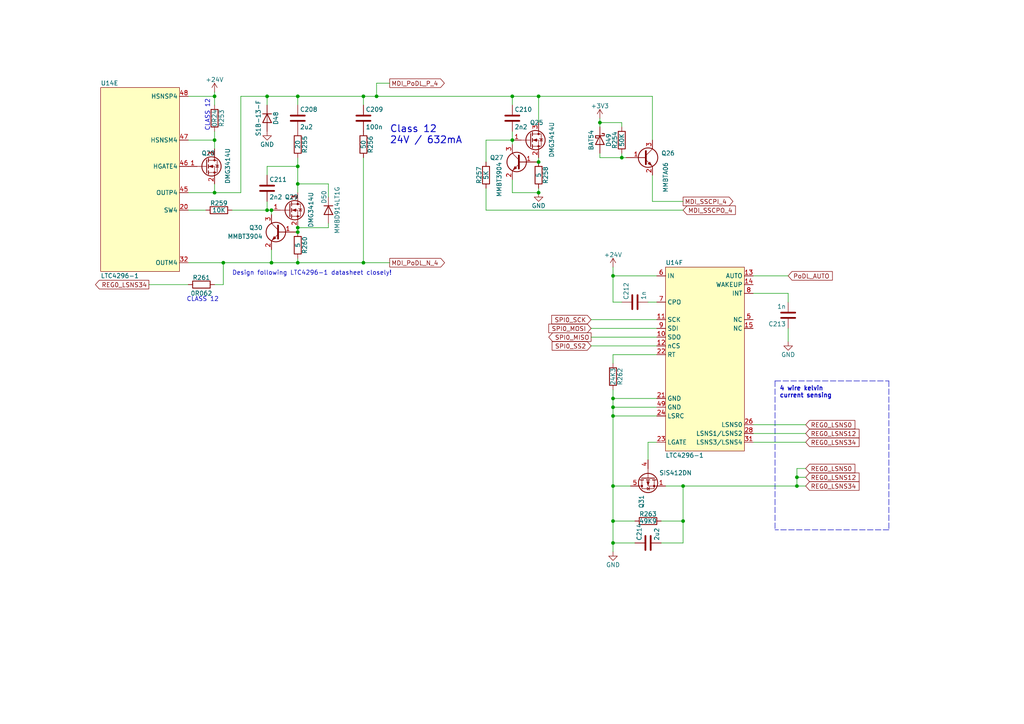
<source format=kicad_sch>
(kicad_sch (version 20211123) (generator eeschema)
  (paper "A4")
  (title_block (title "Open Hardware 10Base-T1L Switch") (date "2023-04-07") (rev "REV A") (company "Peter Heinrich") (comment 1 "Open Hardware License CERN-OHL-P v2") (comment 2 "https://github.com/peterheinrich/Open_10Base-T1L_Switch"))
  (lib_symbols
    (symbol "Device:C" (pin_numbers hide) (pin_names (offset 0.254))
      (property "Reference" "C" (at 0.635 2.54 0))
      (property "Value" "C" (at 0.635 -2.54 0))
      (symbol "C_0_1"
        (polyline (pts (xy -2.032 -0.762) (xy 2.032 -0.762)) (stroke (width 0.508)))
        (polyline (pts (xy -2.032 0.762) (xy 2.032 0.762)) (stroke (width 0.508)))
      )
      (symbol "C_1_1"
        (pin passive line (at 0 3.81 270) (length 2.794) (name "~") (number "1"))
        (pin passive line (at 0 -3.81 90) (length 2.794) (name "~") (number "2"))
      )
    )
    (symbol "Device:D" (pin_numbers hide) (pin_names (offset 1.016) hide)
      (property "Reference" "D" (at 0 2.54 0))
      (property "Value" "D" (at 0 -2.54 0))
      (symbol "D_0_1"
        (polyline (pts (xy -1.27 1.27) (xy -1.27 -1.27)) (stroke (width 0.254)))
        (polyline (pts (xy 1.27 0) (xy -1.27 0)))
        (polyline (pts (xy 1.27 1.27) (xy 1.27 -1.27) (xy -1.27 0) (xy 1.27 1.27)) (stroke (width 0.254)))
      )
      (symbol "D_1_1"
        (pin passive line (at -3.81 0 0) (length 2.54) (name "K") (number "1"))
        (pin passive line (at 3.81 0 180) (length 2.54) (name "A") (number "2"))
      )
    )
    (symbol "Device:D_Schottky" (pin_numbers hide) (pin_names (offset 1.016) hide)
      (property "Reference" "D" (at 0 2.54 0))
      (property "Value" "D_Schottky" (at 0 -2.54 0))
      (symbol "D_Schottky_0_1"
        (polyline (pts (xy 1.27 0) (xy -1.27 0)))
        (polyline (pts (xy 1.27 1.27) (xy 1.27 -1.27) (xy -1.27 0) (xy 1.27 1.27)) (stroke (width 0.254)))
        (polyline (pts (xy -1.905 0.635) (xy -1.905 1.27) (xy -1.27 1.27) (xy -1.27 -1.27) (xy -0.635 -1.27) (xy -0.635 -0.635)) (stroke (width 0.254)))
      )
      (symbol "D_Schottky_1_1"
        (pin passive line (at -3.81 0 0) (length 2.54) (name "K") (number "1"))
        (pin passive line (at 3.81 0 180) (length 2.54) (name "A") (number "2"))
      )
    )
    (symbol "Device:Q_NMOS_GSD" (pin_names (offset 0) hide)
      (property "Reference" "Q" (at 5.08 1.27 0))
      (property "Value" "Q_NMOS_GSD" (at 5.08 -1.27 0))
      (symbol "Q_NMOS_GSD_0_1"
        (polyline (pts (xy 0.254 0) (xy -2.54 0)))
        (polyline (pts (xy 0.254 1.905) (xy 0.254 -1.905)) (stroke (width 0.254)))
        (polyline (pts (xy 0.762 -1.27) (xy 0.762 -2.286)) (stroke (width 0.254)))
        (polyline (pts (xy 0.762 0.508) (xy 0.762 -0.508)) (stroke (width 0.254)))
        (polyline (pts (xy 0.762 2.286) (xy 0.762 1.27)) (stroke (width 0.254)))
        (polyline (pts (xy 2.54 2.54) (xy 2.54 1.778)))
        (polyline (pts (xy 2.54 -2.54) (xy 2.54 0) (xy 0.762 0)))
        (polyline (pts (xy 0.762 -1.778) (xy 3.302 -1.778) (xy 3.302 1.778) (xy 0.762 1.778)))
        (polyline (pts (xy 1.016 0) (xy 2.032 0.381) (xy 2.032 -0.381) (xy 1.016 0)) (fill (type outline)))
        (polyline (pts (xy 2.794 0.508) (xy 2.921 0.381) (xy 3.683 0.381) (xy 3.81 0.254)))
        (polyline (pts (xy 3.302 0.381) (xy 2.921 -0.254) (xy 3.683 -0.254) (xy 3.302 0.381)))
        (circle (center 1.651 0) (radius 2.794) (stroke (width 0.254)))
        (circle (center 2.54 -1.778) (radius 0.254) (fill (type outline)))
        (circle (center 2.54 1.778) (radius 0.254) (fill (type outline)))
      )
      (symbol "Q_NMOS_GSD_1_1"
        (pin input line (at -5.08 0 0) (length 2.54) (name "G") (number "1"))
        (pin passive line (at 2.54 -5.08 90) (length 2.54) (name "S") (number "2"))
        (pin passive line (at 2.54 5.08 270) (length 2.54) (name "D") (number "3"))
      )
    )
    (symbol "Device:Q_NPN_BEC" (pin_names (offset 0) hide)
      (property "Reference" "Q" (at 5.08 1.27 0))
      (property "Value" "Q_NPN_BEC" (at 5.08 -1.27 0))
      (symbol "Q_NPN_BEC_0_1"
        (polyline (pts (xy 0.635 0.635) (xy 2.54 2.54)))
        (polyline (pts (xy 0.635 -0.635) (xy 2.54 -2.54) (xy 2.54 -2.54)))
        (polyline (pts (xy 0.635 1.905) (xy 0.635 -1.905) (xy 0.635 -1.905)) (stroke (width 0.508)))
        (polyline (pts (xy 1.27 -1.778) (xy 1.778 -1.27) (xy 2.286 -2.286) (xy 1.27 -1.778) (xy 1.27 -1.778)) (fill (type outline)))
        (circle (center 1.27 0) (radius 2.8194) (stroke (width 0.254)))
      )
      (symbol "Q_NPN_BEC_1_1"
        (pin input line (at -5.08 0 0) (length 5.715) (name "B") (number "1"))
        (pin passive line (at 2.54 -5.08 90) (length 2.54) (name "E") (number "2"))
        (pin passive line (at 2.54 5.08 270) (length 2.54) (name "C") (number "3"))
      )
    )
    (symbol "Device:R" (pin_numbers hide) (pin_names (offset 0))
      (property "Reference" "R" (at 2.032 0 90))
      (property "Value" "R" (at 0 0 90))
      (symbol "R_0_1"
        (rectangle (start -1.016 -2.54) (end 1.016 2.54) (stroke (width 0.254)))
      )
      (symbol "R_1_1"
        (pin passive line (at 0 3.81 270) (length 1.27) (name "~") (number "1"))
        (pin passive line (at 0 -3.81 90) (length 1.27) (name "~") (number "2"))
      )
    )
    (symbol "LTC4296-1:LTC4296-1"
      (property "Reference" "U" (at 0 1.27 0))
      (property "Value" "LTC4296-1" (at 0 -54.61 0))
      (symbol "LTC4296-1_0_1"
        (rectangle (start 0 0) (end 22.86 -53.34) (fill (type background)))
      )
      (symbol "LTC4296-1_1_1"
        (pin output line (at 25.4 -30.48 180) (length 2.54) (name "OUTP0") (number "1"))
        (pin output line (at 25.4 -35.56 180) (length 2.54) (name "SW0") (number "16"))
        (pin output line (at 25.4 -22.86 180) (length 2.54) (name "HGATE0") (number "2"))
        (pin output line (at 25.4 -50.8 180) (length 2.54) (name "OUTM0") (number "25"))
        (pin input line (at 25.4 -15.24 180) (length 2.54) (name "HSNSM0") (number "3"))
        (pin input line (at 25.4 -2.54 180) (length 2.54) (name "HSNSP0") (number "4"))
      )
      (symbol "LTC4296-1_2_1"
        (pin output line (at 25.4 -30.48 180) (length 2.54) (name "OUTP0") (number "1"))
        (pin output line (at 25.4 -35.56 180) (length 2.54) (name "SW1") (number "17"))
        (pin output line (at 25.4 -50.8 180) (length 2.54) (name "OUTM1") (number "27"))
        (pin output line (at 25.4 -22.86 180) (length 2.54) (name "HGATE1") (number "34"))
        (pin input line (at 25.4 -15.24 180) (length 2.54) (name "HSNSM1") (number "35"))
        (pin input line (at 25.4 -2.54 180) (length 2.54) (name "HSNSP1") (number "36"))
      )
      (symbol "LTC4296-1_3_1"
        (pin output line (at 25.4 -35.56 180) (length 2.54) (name "SW2") (number "18"))
        (pin output line (at 25.4 -50.8 180) (length 2.54) (name "OUTM2") (number "29"))
        (pin output line (at 25.4 -30.48 180) (length 2.54) (name "OUTP2") (number "37"))
        (pin output line (at 25.4 -22.86 180) (length 2.54) (name "HGATE2") (number "38"))
        (pin input line (at 25.4 -15.24 180) (length 2.54) (name "HSNSM2") (number "39"))
        (pin input line (at 25.4 -2.54 180) (length 2.54) (name "HSNSP2") (number "40"))
      )
      (symbol "LTC4296-1_4_1"
        (pin output line (at 25.4 -35.56 180) (length 2.54) (name "SW3") (number "19"))
        (pin output line (at 25.4 -50.8 180) (length 2.54) (name "OUTM3") (number "30"))
        (pin output line (at 25.4 -30.48 180) (length 2.54) (name "OUTP3") (number "41"))
        (pin output line (at 25.4 -22.86 180) (length 2.54) (name "HGATE3") (number "42"))
        (pin input line (at 25.4 -15.24 180) (length 2.54) (name "HSNSM3") (number "43"))
        (pin input line (at 25.4 -2.54 180) (length 2.54) (name "HSNSP3") (number "44"))
      )
      (symbol "LTC4296-1_5_1"
        (pin output line (at 25.4 -35.56 180) (length 2.54) (name "SW4") (number "20"))
        (pin output line (at 25.4 -50.8 180) (length 2.54) (name "OUTM4") (number "32"))
        (pin output line (at 25.4 -30.48 180) (length 2.54) (name "OUTP4") (number "45"))
        (pin output line (at 25.4 -22.86 180) (length 2.54) (name "HGATE4") (number "46"))
        (pin input line (at 25.4 -15.24 180) (length 2.54) (name "HSNSM4") (number "47"))
        (pin input line (at 25.4 -2.54 180) (length 2.54) (name "HSNSP4") (number "48"))
      )
      (symbol "LTC4296-1_6_1"
        (pin output line (at -2.54 -7.62 0) (length 2.54) (name "SDO") (number "10"))
        (pin input line (at -2.54 -2.54 0) (length 2.54) (name "SCK") (number "11"))
        (pin input line (at -2.54 -10.16 0) (length 2.54) (name "nCS") (number "12"))
        (pin input line (at 25.4 -2.54 180) (length 2.54) (name "AUTO") (number "13"))
        (pin bidirectional line (at 25.4 -5.08 180) (length 2.54) (name "WAKEUP") (number "14"))
        (pin input line (at 25.4 -17.78 180) (length 2.54) (name "NC") (number "15"))
        (pin power_in line (at -2.54 -38.1 0) (length 2.54) (name "GND") (number "21"))
        (pin input line (at -2.54 -12.7 0) (length 2.54) (name "RT") (number "22"))
        (pin output line (at -2.54 -50.8 0) (length 2.54) (name "LGATE") (number "23"))
        (pin input line (at -2.54 -43.18 0) (length 2.54) (name "LSRC") (number "24"))
        (pin input line (at 25.4 -45.72 180) (length 2.54) (name "LSNS0") (number "26"))
        (pin input line (at 25.4 -48.26 180) (length 2.54) (name "LSNS1/LSNS2") (number "28"))
        (pin input line (at 25.4 -50.8 180) (length 2.54) (name "LSNS3/LSNS4") (number "31"))
        (pin power_in line (at -2.54 -40.64 0) (length 2.54) (name "GND") (number "49"))
        (pin input line (at 25.4 -15.24 180) (length 2.54) (name "NC") (number "5"))
        (pin power_in line (at -2.54 -25.4 0) (length 2.54) (name "IN") (number "6"))
        (pin bidirectional line (at -2.54 -27.94 0) (length 2.54) (name "CPO") (number "7"))
        (pin bidirectional line (at 25.4 -7.62 180) (length 2.54) (name "INT") (number "8"))
        (pin input line (at -2.54 -5.08 0) (length 2.54) (name "SDI") (number "9"))
      )
    )
    (symbol "LTC4296-1_1"
      (property "Reference" "U" (at 0 1.27 0))
      (property "Value" "LTC4296-1_1" (at 0 -54.61 0))
      (symbol "LTC4296-1_1_0_1"
        (rectangle (start 0 0) (end 22.86 -53.34) (fill (type background)))
      )
      (symbol "LTC4296-1_1_1_1"
        (pin output line (at 25.4 -30.48 180) (length 2.54) (name "OUTP0") (number "1"))
        (pin output line (at 25.4 -35.56 180) (length 2.54) (name "SW0") (number "16"))
        (pin output line (at 25.4 -22.86 180) (length 2.54) (name "HGATE0") (number "2"))
        (pin output line (at 25.4 -50.8 180) (length 2.54) (name "OUTM0") (number "25"))
        (pin input line (at 25.4 -15.24 180) (length 2.54) (name "HSNSM0") (number "3"))
        (pin input line (at 25.4 -2.54 180) (length 2.54) (name "HSNSP0") (number "4"))
      )
      (symbol "LTC4296-1_1_2_1"
        (pin output line (at 25.4 -30.48 180) (length 2.54) (name "OUTP0") (number "1"))
        (pin output line (at 25.4 -35.56 180) (length 2.54) (name "SW1") (number "17"))
        (pin output line (at 25.4 -50.8 180) (length 2.54) (name "OUTM1") (number "27"))
        (pin output line (at 25.4 -22.86 180) (length 2.54) (name "HGATE1") (number "34"))
        (pin input line (at 25.4 -15.24 180) (length 2.54) (name "HSNSM1") (number "35"))
        (pin input line (at 25.4 -2.54 180) (length 2.54) (name "HSNSP1") (number "36"))
      )
      (symbol "LTC4296-1_1_3_1"
        (pin output line (at 25.4 -35.56 180) (length 2.54) (name "SW2") (number "18"))
        (pin output line (at 25.4 -50.8 180) (length 2.54) (name "OUTM2") (number "29"))
        (pin output line (at 25.4 -30.48 180) (length 2.54) (name "OUTP2") (number "37"))
        (pin output line (at 25.4 -22.86 180) (length 2.54) (name "HGATE2") (number "38"))
        (pin input line (at 25.4 -15.24 180) (length 2.54) (name "HSNSM2") (number "39"))
        (pin input line (at 25.4 -2.54 180) (length 2.54) (name "HSNSP2") (number "40"))
      )
      (symbol "LTC4296-1_1_4_1"
        (pin output line (at 25.4 -35.56 180) (length 2.54) (name "SW3") (number "19"))
        (pin output line (at 25.4 -50.8 180) (length 2.54) (name "OUTM3") (number "30"))
        (pin output line (at 25.4 -30.48 180) (length 2.54) (name "OUTP3") (number "41"))
        (pin output line (at 25.4 -22.86 180) (length 2.54) (name "HGATE3") (number "42"))
        (pin input line (at 25.4 -15.24 180) (length 2.54) (name "HSNSM3") (number "43"))
        (pin input line (at 25.4 -2.54 180) (length 2.54) (name "HSNSP3") (number "44"))
      )
      (symbol "LTC4296-1_1_5_1"
        (pin output line (at 25.4 -35.56 180) (length 2.54) (name "SW4") (number "20"))
        (pin output line (at 25.4 -50.8 180) (length 2.54) (name "OUTM4") (number "32"))
        (pin output line (at 25.4 -30.48 180) (length 2.54) (name "OUTP4") (number "45"))
        (pin output line (at 25.4 -22.86 180) (length 2.54) (name "HGATE4") (number "46"))
        (pin input line (at 25.4 -15.24 180) (length 2.54) (name "HSNSM4") (number "47"))
        (pin input line (at 25.4 -2.54 180) (length 2.54) (name "HSNSP4") (number "48"))
      )
      (symbol "LTC4296-1_1_6_1"
        (pin output line (at -2.54 -20.32 0) (length 2.54) (name "SDO") (number "10"))
        (pin input line (at -2.54 -15.24 0) (length 2.54) (name "SCK") (number "11"))
        (pin input line (at -2.54 -22.86 0) (length 2.54) (name "nCS") (number "12"))
        (pin input line (at 25.4 -2.54 180) (length 2.54) (name "AUTO") (number "13"))
        (pin bidirectional line (at 25.4 -5.08 180) (length 2.54) (name "WAKEUP") (number "14"))
        (pin input line (at 25.4 -17.78 180) (length 2.54) (name "NC") (number "15"))
        (pin power_in line (at -2.54 -38.1 0) (length 2.54) (name "GND") (number "21"))
        (pin input line (at -2.54 -25.4 0) (length 2.54) (name "RT") (number "22"))
        (pin output line (at -2.54 -50.8 0) (length 2.54) (name "LGATE") (number "23"))
        (pin input line (at -2.54 -43.18 0) (length 2.54) (name "LSRC") (number "24"))
        (pin input line (at 25.4 -45.72 180) (length 2.54) (name "LSNS0") (number "26"))
        (pin input line (at 25.4 -48.26 180) (length 2.54) (name "LSNS1/LSNS2") (number "28"))
        (pin input line (at 25.4 -50.8 180) (length 2.54) (name "LSNS3/LSNS4") (number "31"))
        (pin power_in line (at -2.54 -40.64 0) (length 2.54) (name "GND") (number "49"))
        (pin input line (at 25.4 -15.24 180) (length 2.54) (name "NC") (number "5"))
        (pin power_in line (at -2.54 -2.54 0) (length 2.54) (name "IN") (number "6"))
        (pin bidirectional line (at -2.54 -10.16 0) (length 2.54) (name "CPO") (number "7"))
        (pin bidirectional line (at 25.4 -7.62 180) (length 2.54) (name "INT") (number "8"))
        (pin input line (at -2.54 -17.78 0) (length 2.54) (name "SDI") (number "9"))
      )
    )
    (symbol "Transistor_FET:SiS415DNT" (pin_names hide)
      (property "Reference" "Q" (at 5.08 1.905 0))
      (property "Value" "SiS415DNT" (at 5.08 0 0))
      (symbol "SiS415DNT_0_1"
        (polyline (pts (xy 0.254 0) (xy -2.54 0)))
        (polyline (pts (xy 0.254 1.905) (xy 0.254 -1.905)) (stroke (width 0.254)))
        (polyline (pts (xy 0.762 -1.27) (xy 0.762 -2.286)) (stroke (width 0.254)))
        (polyline (pts (xy 0.762 0.508) (xy 0.762 -0.508)) (stroke (width 0.254)))
        (polyline (pts (xy 0.762 2.286) (xy 0.762 1.27)) (stroke (width 0.254)))
        (polyline (pts (xy 2.54 2.54) (xy 2.54 1.778)))
        (polyline (pts (xy 2.54 -2.54) (xy 2.54 0) (xy 0.762 0)))
        (polyline (pts (xy 0.762 1.778) (xy 3.302 1.778) (xy 3.302 -1.778) (xy 0.762 -1.778)))
        (polyline (pts (xy 2.286 0) (xy 1.27 0.381) (xy 1.27 -0.381) (xy 2.286 0)) (fill (type outline)))
        (polyline (pts (xy 2.794 -0.508) (xy 2.921 -0.381) (xy 3.683 -0.381) (xy 3.81 -0.254)))
        (polyline (pts (xy 3.302 -0.381) (xy 2.921 0.254) (xy 3.683 0.254) (xy 3.302 -0.381)))
        (circle (center 1.651 0) (radius 2.794) (stroke (width 0.254)))
        (circle (center 2.54 -1.778) (radius 0.254) (fill (type outline)))
        (circle (center 2.54 1.778) (radius 0.254) (fill (type outline)))
      )
      (symbol "SiS415DNT_1_1"
        (pin passive line (at 2.54 -5.08 90) (length 2.54) (name "S") (number "1"))
        (pin passive line (at 2.54 -5.08 90) (length 2.54) hide (name "S") (number "2"))
        (pin passive line (at 2.54 -5.08 90) (length 2.54) hide (name "S") (number "3"))
        (pin passive line (at -5.08 0 0) (length 2.54) (name "G") (number "4"))
        (pin passive line (at 2.54 5.08 270) (length 2.54) (name "D") (number "5"))
      )
    )
    (symbol "power:+24V" (power) (pin_names (offset 0))
      (property "Value" "+24V" (at 0 3.556 0))
      (symbol "+24V_0_1"
        (polyline (pts (xy -0.762 1.27) (xy 0 2.54)))
        (polyline (pts (xy 0 0) (xy 0 2.54)))
        (polyline (pts (xy 0 2.54) (xy 0.762 1.27)))
      )
      (symbol "+24V_1_1"
        (pin power_in line (at 0 0 90) (length 0) hide (name "+24V") (number "1"))
      )
    )
    (symbol "power:+3V3" (power) (pin_names (offset 0))
      (property "Value" "+3V3" (at 0 3.556 0))
      (symbol "+3V3_0_1"
        (polyline (pts (xy -0.762 1.27) (xy 0 2.54)))
        (polyline (pts (xy 0 0) (xy 0 2.54)))
        (polyline (pts (xy 0 2.54) (xy 0.762 1.27)))
      )
      (symbol "+3V3_1_1"
        (pin power_in line (at 0 0 90) (length 0) hide (name "+3V3") (number "1"))
      )
    )
    (symbol "power:GND" (power) (pin_names (offset 0))
      (property "Value" "GND" (at 0 -3.81 0))
      (symbol "GND_0_1"
        (polyline (pts (xy 0 0) (xy 0 -1.27) (xy 1.27 -1.27) (xy 0 -2.54) (xy -1.27 -1.27) (xy 0 -1.27)))
      )
      (symbol "GND_1_1"
        (pin power_in line (at 0 0 270) (length 0) hide (name "GND") (number "1"))
      )
    )
  )
  (junction (at 86.36 67.31))
  (junction (at 86.36 76.2))
  (junction (at 148.59 27.94))
  (junction (at 177.8 151.13))
  (junction (at 109.22 27.94))
  (junction (at 78.74 60.96))
  (junction (at 78.74 76.2))
  (junction (at 180.34 45.72))
  (junction (at 177.8 115.57))
  (junction (at 148.59 40.64))
  (junction (at 198.12 140.97))
  (junction (at 86.36 27.94))
  (junction (at 156.21 46.99))
  (junction (at 105.41 27.94))
  (junction (at 86.36 53.34))
  (junction (at 198.12 151.13))
  (junction (at 173.99 35.56))
  (junction (at 77.47 60.96))
  (junction (at 86.36 66.04))
  (junction (at 62.23 55.88))
  (junction (at 156.21 27.94))
  (junction (at 177.8 80.01))
  (junction (at 177.8 157.48))
  (junction (at 231.14 138.43))
  (junction (at 86.36 48.26))
  (junction (at 62.23 27.94))
  (junction (at 105.41 76.2))
  (junction (at 177.8 140.97))
  (junction (at 62.23 40.64))
  (junction (at 64.77 76.2))
  (junction (at 77.47 27.94))
  (junction (at 156.21 55.88))
  (junction (at 231.14 140.97))
  (junction (at 177.8 118.11))
  (junction (at 177.8 120.65))
  (wire (pts (xy 140.97 40.64) (xy 148.59 40.64)))
  (polyline (pts (xy 257.81 153.67) (xy 224.79 153.67)))
  (wire (pts (xy 191.77 157.48) (xy 198.12 157.48)))
  (wire (pts (xy 140.97 54.61) (xy 140.97 60.96)))
  (wire (pts (xy 67.31 60.96) (xy 77.47 60.96)))
  (wire (pts (xy 69.85 55.88) (xy 69.85 27.94)))
  (wire (pts (xy 156.21 46.99) (xy 156.21 45.72)))
  (wire (pts (xy 198.12 140.97) (xy 231.14 140.97)))
  (wire (pts (xy 54.61 76.2) (xy 64.77 76.2)))
  (wire (pts (xy 218.44 85.09) (xy 228.6 85.09)))
  (wire (pts (xy 86.36 27.94) (xy 105.41 27.94)))
  (wire (pts (xy 156.21 27.94) (xy 189.23 27.94)))
  (wire (pts (xy 231.14 135.89) (xy 233.68 135.89)))
  (wire (pts (xy 148.59 55.88) (xy 156.21 55.88)))
  (polyline (pts (xy 257.81 110.49) (xy 257.81 153.67)))
  (wire (pts (xy 177.8 113.03) (xy 177.8 115.57)))
  (wire (pts (xy 148.59 27.94) (xy 156.21 27.94)))
  (wire (pts (xy 95.25 57.15) (xy 95.25 53.34)))
  (wire (pts (xy 177.8 115.57) (xy 190.5 115.57)))
  (wire (pts (xy 86.36 53.34) (xy 95.25 53.34)))
  (wire (pts (xy 140.97 46.99) (xy 140.97 40.64)))
  (wire (pts (xy 140.97 60.96) (xy 198.12 60.96)))
  (wire (pts (xy 113.03 24.13) (xy 109.22 24.13)))
  (wire (pts (xy 177.8 151.13) (xy 177.8 140.97)))
  (wire (pts (xy 109.22 24.13) (xy 109.22 27.94)))
  (wire (pts (xy 177.8 80.01) (xy 190.5 80.01)))
  (wire (pts (xy 148.59 52.07) (xy 148.59 55.88)))
  (wire (pts (xy 86.36 45.72) (xy 86.36 48.26)))
  (wire (pts (xy 62.23 55.88) (xy 62.23 53.34)))
  (wire (pts (xy 62.23 82.55) (xy 64.77 82.55)))
  (wire (pts (xy 54.61 55.88) (xy 62.23 55.88)))
  (wire (pts (xy 171.45 92.71) (xy 190.5 92.71)))
  (wire (pts (xy 148.59 41.91) (xy 148.59 40.64)))
  (wire (pts (xy 189.23 27.94) (xy 189.23 40.64)))
  (wire (pts (xy 77.47 27.94) (xy 86.36 27.94)))
  (wire (pts (xy 189.23 50.8) (xy 189.23 58.42)))
  (wire (pts (xy 105.41 27.94) (xy 105.41 30.48)))
  (wire (pts (xy 69.85 27.94) (xy 77.47 27.94)))
  (wire (pts (xy 54.61 27.94) (xy 62.23 27.94)))
  (wire (pts (xy 187.96 128.27) (xy 190.5 128.27)))
  (wire (pts (xy 177.8 151.13) (xy 184.15 151.13)))
  (wire (pts (xy 109.22 27.94) (xy 148.59 27.94)))
  (wire (pts (xy 77.47 27.94) (xy 77.47 30.48)))
  (wire (pts (xy 86.36 27.94) (xy 86.36 30.48)))
  (wire (pts (xy 171.45 95.25) (xy 190.5 95.25)))
  (wire (pts (xy 193.04 140.97) (xy 198.12 140.97)))
  (wire (pts (xy 177.8 115.57) (xy 177.8 118.11)))
  (wire (pts (xy 218.44 123.19) (xy 233.68 123.19)))
  (wire (pts (xy 77.47 50.8) (xy 77.47 48.26)))
  (wire (pts (xy 231.14 140.97) (xy 233.68 140.97)))
  (wire (pts (xy 62.23 55.88) (xy 69.85 55.88)))
  (wire (pts (xy 62.23 26.67) (xy 62.23 27.94)))
  (wire (pts (xy 177.8 102.87) (xy 190.5 102.87)))
  (polyline (pts (xy 224.79 110.49) (xy 257.81 110.49)))
  (wire (pts (xy 62.23 27.94) (xy 62.23 30.48)))
  (wire (pts (xy 173.99 34.29) (xy 173.99 35.56)))
  (wire (pts (xy 86.36 66.04) (xy 95.25 66.04)))
  (wire (pts (xy 177.8 120.65) (xy 190.5 120.65)))
  (wire (pts (xy 86.36 53.34) (xy 86.36 55.88)))
  (wire (pts (xy 148.59 38.1) (xy 148.59 40.64)))
  (wire (pts (xy 177.8 140.97) (xy 182.88 140.97)))
  (wire (pts (xy 105.41 76.2) (xy 105.41 45.72)))
  (wire (pts (xy 86.36 76.2) (xy 105.41 76.2)))
  (wire (pts (xy 177.8 87.63) (xy 177.8 80.01)))
  (wire (pts (xy 187.96 87.63) (xy 190.5 87.63)))
  (wire (pts (xy 78.74 62.23) (xy 78.74 60.96)))
  (wire (pts (xy 187.96 133.35) (xy 187.96 128.27)))
  (wire (pts (xy 177.8 77.47) (xy 177.8 80.01)))
  (wire (pts (xy 180.34 45.72) (xy 173.99 45.72)))
  (wire (pts (xy 191.77 151.13) (xy 198.12 151.13)))
  (wire (pts (xy 177.8 157.48) (xy 177.8 160.02)))
  (wire (pts (xy 177.8 118.11) (xy 190.5 118.11)))
  (wire (pts (xy 171.45 100.33) (xy 190.5 100.33)))
  (wire (pts (xy 184.15 157.48) (xy 177.8 157.48)))
  (wire (pts (xy 218.44 128.27) (xy 233.68 128.27)))
  (wire (pts (xy 180.34 35.56) (xy 180.34 36.83)))
  (wire (pts (xy 86.36 74.93) (xy 86.36 76.2)))
  (wire (pts (xy 180.34 87.63) (xy 177.8 87.63)))
  (wire (pts (xy 231.14 138.43) (xy 231.14 140.97)))
  (wire (pts (xy 173.99 35.56) (xy 180.34 35.56)))
  (wire (pts (xy 156.21 54.61) (xy 156.21 55.88)))
  (polyline (pts (xy 224.79 110.49) (xy 224.79 153.67)))
  (wire (pts (xy 156.21 27.94) (xy 156.21 35.56)))
  (wire (pts (xy 148.59 30.48) (xy 148.59 27.94)))
  (wire (pts (xy 171.45 97.79) (xy 190.5 97.79)))
  (wire (pts (xy 189.23 58.42) (xy 198.12 58.42)))
  (wire (pts (xy 177.8 120.65) (xy 177.8 140.97)))
  (wire (pts (xy 181.61 45.72) (xy 180.34 45.72)))
  (wire (pts (xy 62.23 40.64) (xy 54.61 40.64)))
  (wire (pts (xy 78.74 72.39) (xy 78.74 76.2)))
  (wire (pts (xy 228.6 95.25) (xy 228.6 99.06)))
  (wire (pts (xy 78.74 76.2) (xy 86.36 76.2)))
  (wire (pts (xy 105.41 76.2) (xy 113.03 76.2)))
  (wire (pts (xy 62.23 40.64) (xy 62.23 43.18)))
  (wire (pts (xy 43.18 82.55) (xy 54.61 82.55)))
  (wire (pts (xy 62.23 38.1) (xy 62.23 40.64)))
  (wire (pts (xy 54.61 60.96) (xy 59.69 60.96)))
  (wire (pts (xy 173.99 45.72) (xy 173.99 44.45)))
  (wire (pts (xy 198.12 157.48) (xy 198.12 151.13)))
  (wire (pts (xy 105.41 27.94) (xy 109.22 27.94)))
  (wire (pts (xy 180.34 44.45) (xy 180.34 45.72)))
  (wire (pts (xy 86.36 67.31) (xy 86.36 66.04)))
  (wire (pts (xy 228.6 85.09) (xy 228.6 87.63)))
  (wire (pts (xy 231.14 138.43) (xy 231.14 135.89)))
  (wire (pts (xy 86.36 48.26) (xy 86.36 53.34)))
  (wire (pts (xy 77.47 60.96) (xy 78.74 60.96)))
  (wire (pts (xy 177.8 118.11) (xy 177.8 120.65)))
  (wire (pts (xy 198.12 151.13) (xy 198.12 140.97)))
  (wire (pts (xy 77.47 48.26) (xy 86.36 48.26)))
  (wire (pts (xy 218.44 125.73) (xy 233.68 125.73)))
  (wire (pts (xy 77.47 58.42) (xy 77.47 60.96)))
  (wire (pts (xy 218.44 80.01) (xy 228.6 80.01)))
  (wire (pts (xy 64.77 82.55) (xy 64.77 76.2)))
  (wire (pts (xy 177.8 105.41) (xy 177.8 102.87)))
  (wire (pts (xy 231.14 138.43) (xy 233.68 138.43)))
  (wire (pts (xy 173.99 36.83) (xy 173.99 35.56)))
  (wire (pts (xy 95.25 64.77) (xy 95.25 66.04)))
  (wire (pts (xy 64.77 76.2) (xy 78.74 76.2)))
  (wire (pts (xy 177.8 157.48) (xy 177.8 151.13)))
  (text "Class 12\n24V / 632mA" (at 113.03 41.91 0) (effects (font (size 2 2) (thickness 0.254) bold) (justify left bottom)))
  (text "Design following LTC4296-1 datasheet closely!" (at 67.31 80.01 0) (effects (font (size 1.27 1.27)) (justify left bottom)))
  (text "CLASS 12" (at 60.96 38.1 90) (effects (font (size 1.27 1.27)) (justify left bottom)))
  (text "CLASS 12\n" (at 63.5 87.63 180) (effects (font (size 1.27 1.27)) (justify right bottom)))
  (text "4 wire kelvin\ncurrent sensing" (at 226.06 115.57 0) (effects (font (size 1.27 1.27) bold) (justify left bottom)))
  (global_label "MDI_SSCPI_4" (shape output) (at 198.12 58.42 0) (property "Intersheet References" "${INTERSHEET_REFS}" (effects hide)))
  (global_label "SPI0_SS2" (shape input) (at 171.45 100.33 180) (property "Intersheet References" "${INTERSHEET_REFS}" (effects hide)))
  (global_label "MDI_PoDL_P_4" (shape output) (at 113.03 24.13 0) (property "Intersheet References" "${INTERSHEET_REFS}" (effects hide)))
  (global_label "MDI_PoDL_N_4" (shape output) (at 113.03 76.2 0) (property "Intersheet References" "${INTERSHEET_REFS}" (effects hide)))
  (global_label "REG0_LSNS34" (shape output) (at 43.18 82.55 180) (property "Intersheet References" "${INTERSHEET_REFS}" (effects hide)))
  (global_label "PoDL_AUTO" (shape input) (at 228.6 80.01 0) (property "Intersheet References" "${INTERSHEET_REFS}" (effects hide)))
  (global_label "SPI0_SCK" (shape input) (at 171.45 92.71 180) (property "Intersheet References" "${INTERSHEET_REFS}" (effects hide)))
  (global_label "REG0_LSNS12" (shape input) (at 233.68 138.43 0) (property "Intersheet References" "${INTERSHEET_REFS}" (effects hide)))
  (global_label "REG0_LSNS34" (shape input) (at 233.68 128.27 0) (property "Intersheet References" "${INTERSHEET_REFS}" (effects hide)))
  (global_label "REG0_LSNS0" (shape input) (at 233.68 123.19 0) (property "Intersheet References" "${INTERSHEET_REFS}" (effects hide)))
  (global_label "REG0_LSNS34" (shape input) (at 233.68 140.97 0) (property "Intersheet References" "${INTERSHEET_REFS}" (effects hide)))
  (global_label "MDI_SSCPO_4" (shape input) (at 198.12 60.96 0) (property "Intersheet References" "${INTERSHEET_REFS}" (effects hide)))
  (global_label "REG0_LSNS0" (shape input) (at 233.68 135.89 0) (property "Intersheet References" "${INTERSHEET_REFS}" (effects hide)))
  (global_label "SPI0_MOSI" (shape input) (at 171.45 95.25 180) (property "Intersheet References" "${INTERSHEET_REFS}" (effects hide)))
  (global_label "REG0_LSNS12" (shape input) (at 233.68 125.73 0) (property "Intersheet References" "${INTERSHEET_REFS}" (effects hide)))
  (global_label "SPI0_MISO" (shape output) (at 171.45 97.79 180) (property "Intersheet References" "${INTERSHEET_REFS}" (effects hide)))
  (symbol (lib_id "Device:R") (at 86.36 41.91 0) (unit 1)
    (property "Reference" "R255" (at 88.392 41.91 90))
    (property "Value" "20" (at 86.36 41.91 90))
    (property "Footprint" "Resistor_SMD:R_1206_3216Metric" (effects hide))
  )
  (symbol (lib_id "Device:R") (at 140.97 50.8 180) (unit 1)
    (property "Reference" "R257" (at 138.938 50.8 90))
    (property "Value" "5K" (at 140.97 50.8 90))
    (property "Footprint" "Resistor_SMD:R_0603_1608Metric" (effects hide))
  )
  (symbol (lib_id "Device:C") (at 86.36 34.29 0) (unit 1)
    (property "Reference" "C208" (at 86.995 31.75 0) (effects (justify left)))
    (property "Value" "2u2" (at 86.995 36.83 0) (effects (justify left)))
  )
  (symbol (lib_id "Device:R") (at 156.21 50.8 0) (unit 1)
    (property "Reference" "R258" (at 158.242 50.8 90))
    (property "Value" "5" (at 156.21 50.8 90))
    (property "Footprint" "Resistor_SMD:R_1206_3216Metric" (effects hide))
  )
  (symbol (lib_id "Device:R") (at 177.8 109.22 0) (unit 1)
    (property "Reference" "R262" (at 179.832 109.22 90))
    (property "Value" "24K3" (at 177.8 109.22 90))
    (property "Footprint" "Resistor_SMD:R_0603_1608Metric" (effects hide))
  )
  (symbol (lib_id "power:GND") (at 156.21 55.88 0) (unit 1)
    (property "Reference" "#PWR0204" (effects hide))
    (property "Value" "GND" (at 156.21 59.69 0))
  )
  (symbol (lib_id "Device:Q_NPN_BEC") (at 81.28 67.31 0) (mirror y) (unit 1)
    (property "Reference" "Q30" (at 76.2 66.04 0) (effects (justify left)))
    (property "Value" "MMBT3904" (at 76.2 68.58 0) (effects (justify left)))
  )
  (symbol (lib_id "power:+3V3") (at 173.99 34.29 0) (unit 1)
    (property "Reference" "#PWR0202" (effects hide))
    (property "Value" "+3V3" (at 173.99 30.734 0))
  )
  (symbol (lib_id "Device:C") (at 184.15 87.63 90) (unit 1)
    (property "Reference" "C212" (at 181.61 86.995 0) (effects (justify left)))
    (property "Value" "1n" (at 186.69 86.995 0) (effects (justify left)))
    (property "Footprint" "Capacitor_SMD:C_0603_1608Metric" (effects hide))
  )
  (symbol (lib_id "power:GND") (at 177.8 160.02 0) (unit 1)
    (property "Reference" "#PWR0207" (effects hide))
    (property "Value" "GND" (at 177.8 163.83 0))
  )
  (symbol (lib_name "LTC4296-1_1") (lib_id "LTC4296-1:LTC4296-1") (at 193.04 77.47 0) (unit 6)
    (property "Reference" "U14" (at 193.04 76.2 0) (effects (justify left)))
    (property "Value" "LTC4296-1" (at 193.04 132.08 0) (effects (justify left)))
  )
  (symbol (lib_id "Device:Q_NMOS_GSD") (at 153.67 40.64 0) (unit 1)
    (property "Reference" "Q25" (at 153.67 35.56 0) (effects (justify left)))
    (property "Value" "DMG3414U" (at 160.02 45.72 90) (effects (justify left)))
  )
  (symbol (lib_id "Device:R") (at 86.36 71.12 0) (unit 1)
    (property "Reference" "R260" (at 88.392 71.12 90))
    (property "Value" "5" (at 86.36 71.12 90))
    (property "Footprint" "Resistor_SMD:R_1206_3216Metric" (effects hide))
  )
  (symbol (lib_id "Device:C") (at 105.41 34.29 0) (unit 1)
    (property "Reference" "C209" (at 106.045 31.75 0) (effects (justify left)))
    (property "Value" "100n" (at 106.045 36.83 0) (effects (justify left)))
  )
  (symbol (lib_id "Device:D_Schottky") (at 173.99 40.64 270) (unit 1)
    (property "Reference" "D49" (at 176.53 40.64 0))
    (property "Value" "BAT54" (at 171.45 40.64 0))
    (property "Footprint" "BAT54:SOT-23-DIODE" (effects hide))
  )
  (symbol (lib_id "power:GND") (at 228.6 99.06 0) (unit 1)
    (property "Reference" "#PWR0206" (effects hide))
    (property "Value" "GND" (at 228.6 102.87 0))
  )
  (symbol (lib_id "Device:C") (at 228.6 91.44 180) (unit 1)
    (property "Reference" "C213" (at 227.965 93.98 0) (effects (justify left)))
    (property "Value" "1n" (at 227.965 88.9 0) (effects (justify left)))
    (property "Footprint" "Capacitor_SMD:C_0603_1608Metric" (effects hide))
  )
  (symbol (lib_id "Device:Q_NPN_BEC") (at 151.13 46.99 0) (mirror y) (unit 1)
    (property "Reference" "Q27" (at 146.05 45.72 0) (effects (justify left)))
    (property "Value" "MMBT3904" (at 144.78 57.15 90) (effects (justify left)))
  )
  (symbol (lib_id "Transistor_FET:SiS415DNT") (at 187.96 138.43 90) (mirror x) (unit 1)
    (property "Reference" "Q31" (at 186.055 143.51 0) (effects (justify left)))
    (property "Value" "SIS412DN" (at 200.66 137.16 90) (effects (justify left)))
    (property "Footprint" "Package_SO:Vishay_PowerPAK_1212-8_Single" (effects hide))
    (property "Datasheet" "https://www.vishay.com/docs/63684/sis415dnt.pdf" (effects hide))
  )
  (symbol (lib_id "Device:R") (at 180.34 40.64 180) (unit 1)
    (property "Reference" "R254" (at 178.308 40.64 90))
    (property "Value" "50K" (at 180.34 40.64 90))
    (property "Footprint" "Resistor_SMD:R_0603_1608Metric" (effects hide))
  )
  (symbol (lib_id "Device:Q_NMOS_GSD") (at 59.69 48.26 0) (unit 1)
    (property "Reference" "Q28" (at 58.42 44.45 0) (effects (justify left)))
    (property "Value" "DMG3414U" (at 66.04 53.34 90) (effects (justify left)))
  )
  (symbol (lib_id "Device:Q_NPN_BEC") (at 186.69 45.72 0) (unit 1)
    (property "Reference" "Q26" (at 191.77 44.45 0) (effects (justify left)))
    (property "Value" "MMBTA06" (at 193.04 55.88 90) (effects (justify left)))
  )
  (symbol (lib_id "Device:C") (at 148.59 34.29 0) (unit 1)
    (property "Reference" "C210" (at 149.225 31.75 0) (effects (justify left)))
    (property "Value" "2n2" (at 149.225 36.83 0) (effects (justify left)))
    (property "Footprint" "Capacitor_SMD:C_0603_1608Metric" (effects hide))
  )
  (symbol (lib_id "power:+24V") (at 62.23 26.67 0) (unit 1)
    (property "Reference" "#PWR0201" (effects hide))
    (property "Value" "+24V" (at 62.23 23.114 0))
  )
  (symbol (lib_id "power:GND") (at 77.47 38.1 0) (unit 1)
    (property "Reference" "#PWR0203" (effects hide))
    (property "Value" "GND" (at 77.47 41.91 0))
  )
  (symbol (lib_id "Device:C") (at 187.96 157.48 90) (unit 1)
    (property "Reference" "C214" (at 185.42 156.845 0) (effects (justify left)))
    (property "Value" "2u2" (at 190.5 156.845 0) (effects (justify left)))
    (property "Footprint" "Capacitor_SMD:C_0805_2012Metric" (effects hide))
  )
  (symbol (lib_id "Device:R") (at 105.41 41.91 0) (unit 1)
    (property "Reference" "R256" (at 107.442 41.91 90))
    (property "Value" "50" (at 105.41 41.91 90))
    (property "Footprint" "Resistor_SMD:R_1206_3216Metric" (effects hide))
  )
  (symbol (lib_id "Device:D") (at 77.47 34.29 270) (unit 1)
    (property "Reference" "D48" (at 80.01 34.29 0))
    (property "Value" "S1B-13-F" (at 74.93 34.29 0))
    (property "Footprint" "Diode_SMD:D_SMB" (effects hide))
  )
  (symbol (lib_id "Device:R") (at 187.96 151.13 90) (unit 1)
    (property "Reference" "R263" (at 187.96 149.098 90))
    (property "Value" "49K9" (at 187.96 151.13 90))
    (property "Footprint" "Resistor_SMD:R_0805_2012Metric" (effects hide))
  )
  (symbol (lib_id "power:+24V") (at 177.8 77.47 0) (unit 1)
    (property "Reference" "#PWR0205" (effects hide))
    (property "Value" "+24V" (at 177.8 73.914 0))
  )
  (symbol (lib_id "Device:C") (at 77.47 54.61 0) (unit 1)
    (property "Reference" "C211" (at 78.105 52.07 0) (effects (justify left)))
    (property "Value" "2n2" (at 78.105 57.15 0) (effects (justify left)))
    (property "Footprint" "Capacitor_SMD:C_0603_1608Metric" (effects hide))
  )
  (symbol (lib_id "Device:R") (at 58.42 82.55 90) (unit 1)
    (property "Reference" "R261" (at 58.42 80.518 90))
    (property "Value" "0R062" (at 58.42 85.09 90))
    (property "Footprint" "Resistor_SMD:R_1206_3216Metric" (effects hide))
  )
  (symbol (lib_id "LTC4296-1:LTC4296-1") (at 29.21 25.4 0) (unit 5)
    (property "Reference" "U14" (at 29.21 24.13 0) (effects (justify left)))
    (property "Value" "LTC4296-1" (at 29.21 80.01 0) (effects (justify left)))
  )
  (symbol (lib_id "Device:R") (at 62.23 34.29 0) (unit 1)
    (property "Reference" "R253" (at 64.262 34.29 90))
    (property "Value" "0R24" (at 62.23 34.29 90))
    (property "Footprint" "Resistor_SMD:R_1206_3216Metric" (effects hide))
  )
  (symbol (lib_id "Device:Q_NMOS_GSD") (at 83.82 60.96 0) (unit 1)
    (property "Reference" "Q29" (at 82.55 57.15 0) (effects (justify left)))
    (property "Value" "DMG3414U" (at 90.17 66.04 90) (effects (justify left)))
  )
  (symbol (lib_id "Device:R") (at 63.5 60.96 90) (unit 1)
    (property "Reference" "R259" (at 63.5 58.928 90))
    (property "Value" "10K" (at 63.5 60.96 90))
    (property "Footprint" "Resistor_SMD:R_0603_1608Metric" (effects hide))
  )
  (symbol (lib_id "Device:D") (at 95.25 60.96 270) (unit 1)
    (property "Reference" "D50" (at 93.98 57.15 0))
    (property "Value" "MMBD914LT1G" (at 97.79 60.96 0))
    (property "Footprint" "MMBD914L:SOT-23-DIODE" (effects hide))
  )
)
</source>
